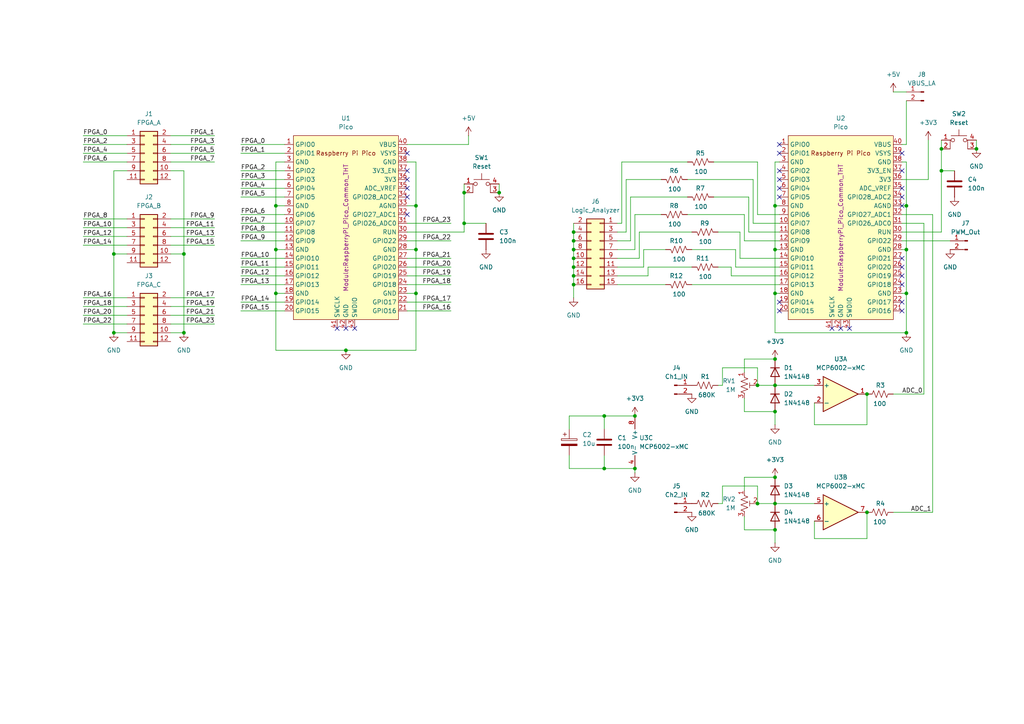
<source format=kicad_sch>
(kicad_sch (version 20231120) (generator "eeschema") (generator_version "8.0")
  (paper "A4")
  (lib_symbols
    (symbol "Amplifier_Operational:MCP6002-xMC" (pin_names (offset 0.127))
      (property "Reference" "U" (at 0 5.08 0))
      (property "Value" "MCP6002-xMC" (at 0 -5.08 0))
      (symbol "MCP6002-xMC_1_1"
        (polyline (pts (xy -5.08 5.08) (xy 5.08 0) (xy -5.08 -5.08) (xy -5.08 5.08)) (stroke (width 0.254)) (fill (type background)))
        (pin output line (at 7.62 0 180) (length 2.54) (name "~") (number "1"))
        (pin input line (at -7.62 -2.54 0) (length 2.54) (name "-") (number "2"))
        (pin input line (at -7.62 2.54 0) (length 2.54) (name "+") (number "3"))
      )
      (symbol "MCP6002-xMC_2_1"
        (polyline (pts (xy -5.08 5.08) (xy 5.08 0) (xy -5.08 -5.08) (xy -5.08 5.08)) (stroke (width 0.254)) (fill (type background)))
        (pin input line (at -7.62 2.54 0) (length 2.54) (name "+") (number "5"))
        (pin input line (at -7.62 -2.54 0) (length 2.54) (name "-") (number "6"))
        (pin output line (at 7.62 0 180) (length 2.54) (name "~") (number "7"))
      )
      (symbol "MCP6002-xMC_3_1"
        (pin power_in line (at -2.54 -7.62 90) (length 3.81) (name "V-") (number "4"))
        (pin power_in line (at -2.54 7.62 270) (length 3.81) (name "V+") (number "8"))
        (pin passive line (at -2.54 -7.62 90) (length 3.81) hide (name "V-") (number "9"))
      )
    )
    (symbol "Connector:Conn_01x02_Pin" (pin_names (offset 1.016) hide)
      (property "Reference" "J" (at 0 2.54 0))
      (property "Value" "Conn_01x02_Pin" (at 0 -5.08 0))
      (symbol "Conn_01x02_Pin_1_1"
        (polyline (pts (xy 1.27 -2.54) (xy 0.8636 -2.54)) (stroke (width 0.1524)))
        (polyline (pts (xy 1.27 0) (xy 0.8636 0)) (stroke (width 0.1524)))
        (rectangle (start 0.8636 -2.413) (end 0 -2.667) (stroke (width 0.1524)) (fill (type outline)))
        (rectangle (start 0.8636 0.127) (end 0 -0.127) (stroke (width 0.1524)) (fill (type outline)))
        (pin passive line (at 5.08 0 180) (length 3.81) (name "Pin_1") (number "1"))
        (pin passive line (at 5.08 -2.54 180) (length 3.81) (name "Pin_2") (number "2"))
      )
    )
    (symbol "Connector_Generic:Conn_02x06_Odd_Even" (pin_names (offset 1.016) hide)
      (property "Reference" "J" (at 1.27 7.62 0))
      (property "Value" "Conn_02x06_Odd_Even" (at 1.27 -10.16 0))
      (symbol "Conn_02x06_Odd_Even_1_1"
        (rectangle (start -1.27 -7.493) (end 0 -7.747) (stroke (width 0.1524)))
        (rectangle (start -1.27 -4.953) (end 0 -5.207) (stroke (width 0.1524)))
        (rectangle (start -1.27 -2.413) (end 0 -2.667) (stroke (width 0.1524)))
        (rectangle (start -1.27 0.127) (end 0 -0.127) (stroke (width 0.1524)))
        (rectangle (start -1.27 2.667) (end 0 2.413) (stroke (width 0.1524)))
        (rectangle (start -1.27 5.207) (end 0 4.953) (stroke (width 0.1524)))
        (rectangle (start -1.27 6.35) (end 3.81 -8.89) (stroke (width 0.254)) (fill (type background)))
        (rectangle (start 3.81 -7.493) (end 2.54 -7.747) (stroke (width 0.1524)))
        (rectangle (start 3.81 -4.953) (end 2.54 -5.207) (stroke (width 0.1524)))
        (rectangle (start 3.81 -2.413) (end 2.54 -2.667) (stroke (width 0.1524)))
        (rectangle (start 3.81 0.127) (end 2.54 -0.127) (stroke (width 0.1524)))
        (rectangle (start 3.81 2.667) (end 2.54 2.413) (stroke (width 0.1524)))
        (rectangle (start 3.81 5.207) (end 2.54 4.953) (stroke (width 0.1524)))
        (pin passive line (at -5.08 5.08 0) (length 3.81) (name "Pin_1") (number "1"))
        (pin passive line (at 7.62 -5.08 180) (length 3.81) (name "Pin_10") (number "10"))
        (pin passive line (at -5.08 -7.62 0) (length 3.81) (name "Pin_11") (number "11"))
        (pin passive line (at 7.62 -7.62 180) (length 3.81) (name "Pin_12") (number "12"))
        (pin passive line (at 7.62 5.08 180) (length 3.81) (name "Pin_2") (number "2"))
        (pin passive line (at -5.08 2.54 0) (length 3.81) (name "Pin_3") (number "3"))
        (pin passive line (at 7.62 2.54 180) (length 3.81) (name "Pin_4") (number "4"))
        (pin passive line (at -5.08 0 0) (length 3.81) (name "Pin_5") (number "5"))
        (pin passive line (at 7.62 0 180) (length 3.81) (name "Pin_6") (number "6"))
        (pin passive line (at -5.08 -2.54 0) (length 3.81) (name "Pin_7") (number "7"))
        (pin passive line (at 7.62 -2.54 180) (length 3.81) (name "Pin_8") (number "8"))
        (pin passive line (at -5.08 -5.08 0) (length 3.81) (name "Pin_9") (number "9"))
      )
    )
    (symbol "Connector_Generic:Conn_02x08_Odd_Even" (pin_names (offset 1.016) hide)
      (property "Reference" "J" (at 1.27 10.16 0))
      (property "Value" "Conn_02x08_Odd_Even" (at 1.27 -12.7 0))
      (symbol "Conn_02x08_Odd_Even_1_1"
        (rectangle (start -1.27 -10.033) (end 0 -10.287) (stroke (width 0.1524)))
        (rectangle (start -1.27 -7.493) (end 0 -7.747) (stroke (width 0.1524)))
        (rectangle (start -1.27 -4.953) (end 0 -5.207) (stroke (width 0.1524)))
        (rectangle (start -1.27 -2.413) (end 0 -2.667) (stroke (width 0.1524)))
        (rectangle (start -1.27 0.127) (end 0 -0.127) (stroke (width 0.1524)))
        (rectangle (start -1.27 2.667) (end 0 2.413) (stroke (width 0.1524)))
        (rectangle (start -1.27 5.207) (end 0 4.953) (stroke (width 0.1524)))
        (rectangle (start -1.27 7.747) (end 0 7.493) (stroke (width 0.1524)))
        (rectangle (start -1.27 8.89) (end 3.81 -11.43) (stroke (width 0.254)) (fill (type background)))
        (rectangle (start 3.81 -10.033) (end 2.54 -10.287) (stroke (width 0.1524)))
        (rectangle (start 3.81 -7.493) (end 2.54 -7.747) (stroke (width 0.1524)))
        (rectangle (start 3.81 -4.953) (end 2.54 -5.207) (stroke (width 0.1524)))
        (rectangle (start 3.81 -2.413) (end 2.54 -2.667) (stroke (width 0.1524)))
        (rectangle (start 3.81 0.127) (end 2.54 -0.127) (stroke (width 0.1524)))
        (rectangle (start 3.81 2.667) (end 2.54 2.413) (stroke (width 0.1524)))
        (rectangle (start 3.81 5.207) (end 2.54 4.953) (stroke (width 0.1524)))
        (rectangle (start 3.81 7.747) (end 2.54 7.493) (stroke (width 0.1524)))
        (pin passive line (at -5.08 7.62 0) (length 3.81) (name "Pin_1") (number "1"))
        (pin passive line (at 7.62 -2.54 180) (length 3.81) (name "Pin_10") (number "10"))
        (pin passive line (at -5.08 -5.08 0) (length 3.81) (name "Pin_11") (number "11"))
        (pin passive line (at 7.62 -5.08 180) (length 3.81) (name "Pin_12") (number "12"))
        (pin passive line (at -5.08 -7.62 0) (length 3.81) (name "Pin_13") (number "13"))
        (pin passive line (at 7.62 -7.62 180) (length 3.81) (name "Pin_14") (number "14"))
        (pin passive line (at -5.08 -10.16 0) (length 3.81) (name "Pin_15") (number "15"))
        (pin passive line (at 7.62 -10.16 180) (length 3.81) (name "Pin_16") (number "16"))
        (pin passive line (at 7.62 7.62 180) (length 3.81) (name "Pin_2") (number "2"))
        (pin passive line (at -5.08 5.08 0) (length 3.81) (name "Pin_3") (number "3"))
        (pin passive line (at 7.62 5.08 180) (length 3.81) (name "Pin_4") (number "4"))
        (pin passive line (at -5.08 2.54 0) (length 3.81) (name "Pin_5") (number "5"))
        (pin passive line (at 7.62 2.54 180) (length 3.81) (name "Pin_6") (number "6"))
        (pin passive line (at -5.08 0 0) (length 3.81) (name "Pin_7") (number "7"))
        (pin passive line (at 7.62 0 180) (length 3.81) (name "Pin_8") (number "8"))
        (pin passive line (at -5.08 -2.54 0) (length 3.81) (name "Pin_9") (number "9"))
      )
    )
    (symbol "Device:C" (pin_numbers hide) (pin_names (offset 0.254))
      (property "Reference" "C" (at 0.635 2.54 0))
      (property "Value" "C" (at 0.635 -2.54 0))
      (symbol "C_0_1"
        (polyline (pts (xy -2.032 -0.762) (xy 2.032 -0.762)) (stroke (width 0.508)))
        (polyline (pts (xy -2.032 0.762) (xy 2.032 0.762)) (stroke (width 0.508)))
      )
      (symbol "C_1_1"
        (pin passive line (at 0 3.81 270) (length 2.794) (name "~") (number "1"))
        (pin passive line (at 0 -3.81 90) (length 2.794) (name "~") (number "2"))
      )
    )
    (symbol "Device:C_Polarized" (pin_numbers hide) (pin_names (offset 0.254))
      (property "Reference" "C" (at 0.635 2.54 0))
      (property "Value" "C_Polarized" (at 0.635 -2.54 0))
      (symbol "C_Polarized_0_1"
        (rectangle (start -2.286 0.508) (end 2.286 1.016))
        (polyline (pts (xy -1.778 2.286) (xy -0.762 2.286)))
        (polyline (pts (xy -1.27 2.794) (xy -1.27 1.778)))
        (rectangle (start 2.286 -0.508) (end -2.286 -1.016) (fill (type outline)))
      )
      (symbol "C_Polarized_1_1"
        (pin passive line (at 0 3.81 270) (length 2.794) (name "~") (number "1"))
        (pin passive line (at 0 -3.81 90) (length 2.794) (name "~") (number "2"))
      )
    )
    (symbol "Device:R_Potentiometer_Trim_US" (pin_names (offset 1.016) hide)
      (property "Reference" "RV" (at -4.445 0 90))
      (property "Value" "R_Potentiometer_Trim_US" (at -2.54 0 90))
      (symbol "R_Potentiometer_Trim_US_0_1"
        (polyline (pts (xy 0 -2.286) (xy 0 -2.54)))
        (polyline (pts (xy 0 2.286) (xy 0 2.54)))
        (polyline (pts (xy 1.524 0.762) (xy 1.524 -0.762)))
        (polyline (pts (xy 2.54 0) (xy 1.524 0)))
        (polyline (pts (xy 0 -0.762) (xy 1.016 -1.143) (xy 0 -1.524) (xy -1.016 -1.905) (xy 0 -2.286)))
        (polyline (pts (xy 0 0.762) (xy 1.016 0.381) (xy 0 0) (xy -1.016 -0.381) (xy 0 -0.762)))
        (polyline (pts (xy 0 2.286) (xy 1.016 1.905) (xy 0 1.524) (xy -1.016 1.143) (xy 0 0.762)))
      )
      (symbol "R_Potentiometer_Trim_US_1_1"
        (pin passive line (at 0 3.81 270) (length 1.27) (name "1") (number "1"))
        (pin passive line (at 3.81 0 180) (length 1.27) (name "2") (number "2"))
        (pin passive line (at 0 -3.81 90) (length 1.27) (name "3") (number "3"))
      )
    )
    (symbol "Device:R_US" (pin_numbers hide) (pin_names (offset 0))
      (property "Reference" "R" (at 2.54 0 90))
      (property "Value" "R_US" (at -2.54 0 90))
      (symbol "R_US_0_1"
        (polyline (pts (xy 0 -2.286) (xy 0 -2.54)))
        (polyline (pts (xy 0 2.286) (xy 0 2.54)))
        (polyline (pts (xy 0 -0.762) (xy 1.016 -1.143) (xy 0 -1.524) (xy -1.016 -1.905) (xy 0 -2.286)))
        (polyline (pts (xy 0 0.762) (xy 1.016 0.381) (xy 0 0) (xy -1.016 -0.381) (xy 0 -0.762)))
        (polyline (pts (xy 0 2.286) (xy 1.016 1.905) (xy 0 1.524) (xy -1.016 1.143) (xy 0 0.762)))
      )
      (symbol "R_US_1_1"
        (pin passive line (at 0 3.81 270) (length 1.27) (name "~") (number "1"))
        (pin passive line (at 0 -3.81 90) (length 1.27) (name "~") (number "2"))
      )
    )
    (symbol "Diode:1N4148" (pin_numbers hide) (pin_names hide)
      (property "Reference" "D" (at 0 2.54 0))
      (property "Value" "1N4148" (at 0 -2.54 0))
      (symbol "1N4148_0_1"
        (polyline (pts (xy -1.27 1.27) (xy -1.27 -1.27)) (stroke (width 0.254)))
        (polyline (pts (xy 1.27 0) (xy -1.27 0)))
        (polyline (pts (xy 1.27 1.27) (xy 1.27 -1.27) (xy -1.27 0) (xy 1.27 1.27)) (stroke (width 0.254)))
      )
      (symbol "1N4148_1_1"
        (pin passive line (at -3.81 0 0) (length 2.54) (name "K") (number "1"))
        (pin passive line (at 3.81 0 180) (length 2.54) (name "A") (number "2"))
      )
    )
    (symbol "MCU_RaspberryPi_and_Boards:Pico"
      (property "Reference" "U" (at -13.97 27.94 0))
      (property "Value" "Pico" (at 0 19.05 0))
      (symbol "Pico_0_0"
        (text "Raspberry Pi Pico" (at 0 21.59 0) (effects (font (size 1.27 1.27))))
      )
      (symbol "Pico_0_1"
        (rectangle (start -15.24 26.67) (end 15.24 -26.67) (fill (type background)))
      )
      (symbol "Pico_1_1"
        (pin bidirectional line (at -17.78 24.13 0) (length 2.54) (name "GPIO0") (number "1"))
        (pin bidirectional line (at -17.78 1.27 0) (length 2.54) (name "GPIO7") (number "10"))
        (pin bidirectional line (at -17.78 -1.27 0) (length 2.54) (name "GPIO8") (number "11"))
        (pin bidirectional line (at -17.78 -3.81 0) (length 2.54) (name "GPIO9") (number "12"))
        (pin power_in line (at -17.78 -6.35 0) (length 2.54) (name "GND") (number "13"))
        (pin bidirectional line (at -17.78 -8.89 0) (length 2.54) (name "GPIO10") (number "14"))
        (pin bidirectional line (at -17.78 -11.43 0) (length 2.54) (name "GPIO11") (number "15"))
        (pin bidirectional line (at -17.78 -13.97 0) (length 2.54) (name "GPIO12") (number "16"))
        (pin bidirectional line (at -17.78 -16.51 0) (length 2.54) (name "GPIO13") (number "17"))
        (pin power_in line (at -17.78 -19.05 0) (length 2.54) (name "GND") (number "18"))
        (pin bidirectional line (at -17.78 -21.59 0) (length 2.54) (name "GPIO14") (number "19"))
        (pin bidirectional line (at -17.78 21.59 0) (length 2.54) (name "GPIO1") (number "2"))
        (pin bidirectional line (at -17.78 -24.13 0) (length 2.54) (name "GPIO15") (number "20"))
        (pin bidirectional line (at 17.78 -24.13 180) (length 2.54) (name "GPIO16") (number "21"))
        (pin bidirectional line (at 17.78 -21.59 180) (length 2.54) (name "GPIO17") (number "22"))
        (pin power_in line (at 17.78 -19.05 180) (length 2.54) (name "GND") (number "23"))
        (pin bidirectional line (at 17.78 -16.51 180) (length 2.54) (name "GPIO18") (number "24"))
        (pin bidirectional line (at 17.78 -13.97 180) (length 2.54) (name "GPIO19") (number "25"))
        (pin bidirectional line (at 17.78 -11.43 180) (length 2.54) (name "GPIO20") (number "26"))
        (pin bidirectional line (at 17.78 -8.89 180) (length 2.54) (name "GPIO21") (number "27"))
        (pin power_in line (at 17.78 -6.35 180) (length 2.54) (name "GND") (number "28"))
        (pin bidirectional line (at 17.78 -3.81 180) (length 2.54) (name "GPIO22") (number "29"))
        (pin power_in line (at -17.78 19.05 0) (length 2.54) (name "GND") (number "3"))
        (pin input line (at 17.78 -1.27 180) (length 2.54) (name "RUN") (number "30"))
        (pin bidirectional line (at 17.78 1.27 180) (length 2.54) (name "GPIO26_ADC0") (number "31"))
        (pin bidirectional line (at 17.78 3.81 180) (length 2.54) (name "GPIO27_ADC1") (number "32"))
        (pin power_in line (at 17.78 6.35 180) (length 2.54) (name "AGND") (number "33"))
        (pin bidirectional line (at 17.78 8.89 180) (length 2.54) (name "GPIO28_ADC2") (number "34"))
        (pin power_in line (at 17.78 11.43 180) (length 2.54) (name "ADC_VREF") (number "35"))
        (pin power_in line (at 17.78 13.97 180) (length 2.54) (name "3V3") (number "36"))
        (pin input line (at 17.78 16.51 180) (length 2.54) (name "3V3_EN") (number "37"))
        (pin bidirectional line (at 17.78 19.05 180) (length 2.54) (name "GND") (number "38"))
        (pin power_in line (at 17.78 21.59 180) (length 2.54) (name "VSYS") (number "39"))
        (pin bidirectional line (at -17.78 16.51 0) (length 2.54) (name "GPIO2") (number "4"))
        (pin power_in line (at 17.78 24.13 180) (length 2.54) (name "VBUS") (number "40"))
        (pin input line (at -2.54 -29.21 90) (length 2.54) (name "SWCLK") (number "41"))
        (pin power_in line (at 0 -29.21 90) (length 2.54) (name "GND") (number "42"))
        (pin bidirectional line (at 2.54 -29.21 90) (length 2.54) (name "SWDIO") (number "43"))
        (pin bidirectional line (at -17.78 13.97 0) (length 2.54) (name "GPIO3") (number "5"))
        (pin bidirectional line (at -17.78 11.43 0) (length 2.54) (name "GPIO4") (number "6"))
        (pin bidirectional line (at -17.78 8.89 0) (length 2.54) (name "GPIO5") (number "7"))
        (pin power_in line (at -17.78 6.35 0) (length 2.54) (name "GND") (number "8"))
        (pin bidirectional line (at -17.78 3.81 0) (length 2.54) (name "GPIO6") (number "9"))
      )
    )
    (symbol "Switch:SW_MEC_5E" (pin_names (offset 1.016) hide)
      (property "Reference" "SW" (at 0.635 5.715 0))
      (property "Value" "SW_MEC_5E" (at 0 -3.175 0))
      (symbol "SW_MEC_5E_0_1"
        (circle (center -1.778 2.54) (radius 0.508))
        (polyline (pts (xy -2.286 3.81) (xy 2.286 3.81)))
        (polyline (pts (xy 0 3.81) (xy 0 5.588)))
        (polyline (pts (xy -2.54 0) (xy -2.54 2.54) (xy -2.286 2.54)))
        (polyline (pts (xy 2.54 0) (xy 2.54 2.54) (xy 2.286 2.54)))
        (circle (center 1.778 2.54) (radius 0.508))
        (pin passive line (at -5.08 2.54 0) (length 2.54) (name "1") (number "1"))
        (pin passive line (at -5.08 0 0) (length 2.54) (name "2") (number "2"))
        (pin passive line (at 5.08 0 180) (length 2.54) (name "K") (number "3"))
        (pin passive line (at 5.08 2.54 180) (length 2.54) (name "A") (number "4"))
      )
    )
    (symbol "power:+3V3" (power) (pin_numbers hide) (pin_names (offset 0) hide)
      (property "Value" "+3V3" (at 0 3.556 0))
      (symbol "+3V3_0_1"
        (polyline (pts (xy -0.762 1.27) (xy 0 2.54)))
        (polyline (pts (xy 0 0) (xy 0 2.54)))
        (polyline (pts (xy 0 2.54) (xy 0.762 1.27)))
      )
      (symbol "+3V3_1_1"
        (pin power_in line (at 0 0 90) (length 0) (name "~") (number "1"))
      )
    )
    (symbol "power:+5V" (power) (pin_numbers hide) (pin_names (offset 0) hide)
      (property "Value" "+5V" (at 0 3.556 0))
      (symbol "+5V_0_1"
        (polyline (pts (xy -0.762 1.27) (xy 0 2.54)))
        (polyline (pts (xy 0 0) (xy 0 2.54)))
        (polyline (pts (xy 0 2.54) (xy 0.762 1.27)))
      )
      (symbol "+5V_1_1"
        (pin power_in line (at 0 0 90) (length 0) (name "~") (number "1"))
      )
    )
    (symbol "power:GND" (power) (pin_numbers hide) (pin_names (offset 0) hide)
      (property "Value" "GND" (at 0 -3.81 0))
      (symbol "GND_0_1"
        (polyline (pts (xy 0 0) (xy 0 -1.27) (xy 1.27 -1.27) (xy 0 -2.54) (xy -1.27 -1.27) (xy 0 -1.27)))
      )
      (symbol "GND_1_1"
        (pin power_in line (at 0 0 270) (length 0) (name "~") (number "1"))
      )
    )
  )
  (junction (at 273.05 49.53))
  (junction (at 166.37 69.85))
  (junction (at 262.89 59.69))
  (junction (at 80.01 72.39))
  (junction (at 33.02 73.66))
  (junction (at 166.37 77.47))
  (junction (at 53.34 73.66))
  (junction (at 224.79 138.43))
  (junction (at 134.62 64.77))
  (junction (at 100.33 101.6))
  (junction (at 175.26 135.89))
  (junction (at 144.78 55.88))
  (junction (at 251.46 148.59))
  (junction (at 33.02 96.52))
  (junction (at 283.21 43.18))
  (junction (at 273.05 43.18))
  (junction (at 262.89 72.39))
  (junction (at 219.71 146.05))
  (junction (at 224.79 111.76))
  (junction (at 224.79 85.09))
  (junction (at 134.62 55.88))
  (junction (at 219.71 111.76))
  (junction (at 120.65 85.09))
  (junction (at 184.15 135.89))
  (junction (at 262.89 96.52))
  (junction (at 224.79 119.38))
  (junction (at 166.37 74.93))
  (junction (at 166.37 80.01))
  (junction (at 224.79 146.05))
  (junction (at 166.37 82.55))
  (junction (at 166.37 67.31))
  (junction (at 80.01 59.69))
  (junction (at 166.37 72.39))
  (junction (at 120.65 59.69))
  (junction (at 224.79 153.67))
  (junction (at 224.79 72.39))
  (junction (at 184.15 120.65))
  (junction (at 224.79 104.14))
  (junction (at 120.65 72.39))
  (junction (at 262.89 85.09))
  (junction (at 251.46 114.3))
  (junction (at 80.01 85.09))
  (junction (at 175.26 120.65))
  (junction (at 224.79 59.69))
  (junction (at 53.34 96.52))
  (no_connect (at 243.84 95.25))
  (no_connect (at 226.06 44.45))
  (no_connect (at 118.11 54.61))
  (no_connect (at 100.33 95.25))
  (no_connect (at 261.62 74.93))
  (no_connect (at 261.62 44.45))
  (no_connect (at 261.62 80.01))
  (no_connect (at 261.62 54.61))
  (no_connect (at 226.06 87.63))
  (no_connect (at 226.06 41.91))
  (no_connect (at 261.62 59.69))
  (no_connect (at 261.62 87.63))
  (no_connect (at 226.06 49.53))
  (no_connect (at 261.62 77.47))
  (no_connect (at 118.11 52.07))
  (no_connect (at 118.11 49.53))
  (no_connect (at 261.62 57.15))
  (no_connect (at 118.11 62.23))
  (no_connect (at 246.38 95.25))
  (no_connect (at 226.06 57.15))
  (no_connect (at 102.87 95.25))
  (no_connect (at 118.11 44.45))
  (no_connect (at 97.79 95.25))
  (no_connect (at 261.62 82.55))
  (no_connect (at 261.62 90.17))
  (no_connect (at 226.06 52.07))
  (no_connect (at 261.62 49.53))
  (no_connect (at 241.3 95.25))
  (no_connect (at 118.11 57.15))
  (no_connect (at 226.06 90.17))
  (no_connect (at 226.06 54.61))
  (wire (pts (xy 199.39 46.99) (xy 180.34 46.99)))
  (wire (pts (xy 134.62 55.88) (xy 134.62 64.77)))
  (wire (pts (xy 179.07 64.77) (xy 180.34 64.77)))
  (wire (pts (xy 236.22 123.19) (xy 251.46 123.19)))
  (wire (pts (xy 134.62 64.77) (xy 134.62 67.31)))
  (wire (pts (xy 69.85 62.23) (xy 82.55 62.23)))
  (wire (pts (xy 261.62 69.85) (xy 275.59 69.85)))
  (wire (pts (xy 217.17 67.31) (xy 226.06 67.31)))
  (wire (pts (xy 120.65 101.6) (xy 120.65 85.09)))
  (wire (pts (xy 261.62 67.31) (xy 273.05 67.31)))
  (wire (pts (xy 219.71 62.23) (xy 226.06 62.23)))
  (wire (pts (xy 259.08 148.59) (xy 270.51 148.59)))
  (wire (pts (xy 251.46 123.19) (xy 251.46 114.3)))
  (wire (pts (xy 215.9 119.38) (xy 224.79 119.38)))
  (wire (pts (xy 219.71 106.68) (xy 219.71 111.76)))
  (wire (pts (xy 224.79 85.09) (xy 224.79 96.52)))
  (wire (pts (xy 224.79 138.43) (xy 215.9 138.43)))
  (wire (pts (xy 120.65 85.09) (xy 120.65 72.39)))
  (wire (pts (xy 36.83 49.53) (xy 33.02 49.53)))
  (wire (pts (xy 165.1 135.89) (xy 175.26 135.89)))
  (wire (pts (xy 82.55 46.99) (xy 80.01 46.99)))
  (wire (pts (xy 62.23 66.04) (xy 49.53 66.04)))
  (wire (pts (xy 69.85 69.85) (xy 82.55 69.85)))
  (wire (pts (xy 199.39 57.15) (xy 182.88 57.15)))
  (wire (pts (xy 166.37 67.31) (xy 166.37 69.85)))
  (wire (pts (xy 69.85 57.15) (xy 82.55 57.15)))
  (wire (pts (xy 208.28 77.47) (xy 212.09 77.47)))
  (wire (pts (xy 166.37 74.93) (xy 166.37 77.47)))
  (wire (pts (xy 224.79 59.69) (xy 224.79 72.39)))
  (wire (pts (xy 208.28 111.76) (xy 209.55 111.76)))
  (wire (pts (xy 49.53 73.66) (xy 53.34 73.66)))
  (wire (pts (xy 214.63 74.93) (xy 226.06 74.93)))
  (wire (pts (xy 62.23 93.98) (xy 49.53 93.98)))
  (wire (pts (xy 215.9 62.23) (xy 215.9 69.85)))
  (wire (pts (xy 224.79 72.39) (xy 226.06 72.39)))
  (wire (pts (xy 199.39 62.23) (xy 215.9 62.23)))
  (wire (pts (xy 199.39 52.07) (xy 218.44 52.07)))
  (wire (pts (xy 262.89 85.09) (xy 262.89 72.39)))
  (wire (pts (xy 207.01 46.99) (xy 219.71 46.99)))
  (wire (pts (xy 209.55 111.76) (xy 209.55 106.68)))
  (wire (pts (xy 69.85 52.07) (xy 82.55 52.07)))
  (wire (pts (xy 100.33 101.6) (xy 120.65 101.6)))
  (wire (pts (xy 180.34 46.99) (xy 180.34 64.77)))
  (wire (pts (xy 209.55 146.05) (xy 209.55 140.97)))
  (wire (pts (xy 24.13 68.58) (xy 36.83 68.58)))
  (wire (pts (xy 224.79 104.14) (xy 215.9 104.14)))
  (wire (pts (xy 69.85 77.47) (xy 82.55 77.47)))
  (wire (pts (xy 80.01 59.69) (xy 82.55 59.69)))
  (wire (pts (xy 69.85 82.55) (xy 82.55 82.55)))
  (wire (pts (xy 62.23 39.37) (xy 49.53 39.37)))
  (wire (pts (xy 261.62 85.09) (xy 262.89 85.09)))
  (wire (pts (xy 118.11 46.99) (xy 120.65 46.99)))
  (wire (pts (xy 226.06 46.99) (xy 224.79 46.99)))
  (wire (pts (xy 236.22 111.76) (xy 224.79 111.76)))
  (wire (pts (xy 191.77 52.07) (xy 181.61 52.07)))
  (wire (pts (xy 209.55 106.68) (xy 219.71 106.68)))
  (wire (pts (xy 130.81 90.17) (xy 118.11 90.17)))
  (wire (pts (xy 80.01 72.39) (xy 82.55 72.39)))
  (wire (pts (xy 224.79 123.19) (xy 224.79 119.38)))
  (wire (pts (xy 49.53 96.52) (xy 53.34 96.52)))
  (wire (pts (xy 175.26 135.89) (xy 184.15 135.89)))
  (wire (pts (xy 62.23 68.58) (xy 49.53 68.58)))
  (wire (pts (xy 224.79 96.52) (xy 262.89 96.52)))
  (wire (pts (xy 24.13 46.99) (xy 36.83 46.99)))
  (wire (pts (xy 166.37 80.01) (xy 166.37 82.55)))
  (wire (pts (xy 218.44 64.77) (xy 226.06 64.77)))
  (wire (pts (xy 224.79 72.39) (xy 224.79 85.09)))
  (wire (pts (xy 261.62 62.23) (xy 270.51 62.23)))
  (wire (pts (xy 80.01 72.39) (xy 80.01 85.09)))
  (wire (pts (xy 215.9 149.86) (xy 215.9 153.67)))
  (wire (pts (xy 135.89 39.37) (xy 135.89 41.91)))
  (wire (pts (xy 82.55 85.09) (xy 80.01 85.09)))
  (wire (pts (xy 62.23 41.91) (xy 49.53 41.91)))
  (wire (pts (xy 186.69 77.47) (xy 179.07 77.47)))
  (wire (pts (xy 24.13 41.91) (xy 36.83 41.91)))
  (wire (pts (xy 186.69 72.39) (xy 186.69 77.47)))
  (wire (pts (xy 224.79 46.99) (xy 224.79 59.69)))
  (wire (pts (xy 175.26 120.65) (xy 184.15 120.65)))
  (wire (pts (xy 200.66 67.31) (xy 185.42 67.31)))
  (wire (pts (xy 261.62 64.77) (xy 267.97 64.77)))
  (wire (pts (xy 62.23 44.45) (xy 49.53 44.45)))
  (wire (pts (xy 166.37 72.39) (xy 166.37 74.93)))
  (wire (pts (xy 179.07 80.01) (xy 187.96 80.01)))
  (wire (pts (xy 261.62 72.39) (xy 262.89 72.39)))
  (wire (pts (xy 134.62 64.77) (xy 140.97 64.77)))
  (wire (pts (xy 118.11 59.69) (xy 120.65 59.69)))
  (wire (pts (xy 262.89 72.39) (xy 262.89 59.69)))
  (wire (pts (xy 130.81 80.01) (xy 118.11 80.01)))
  (wire (pts (xy 212.09 77.47) (xy 212.09 80.01)))
  (wire (pts (xy 24.13 71.12) (xy 36.83 71.12)))
  (wire (pts (xy 69.85 87.63) (xy 82.55 87.63)))
  (wire (pts (xy 53.34 49.53) (xy 49.53 49.53)))
  (wire (pts (xy 69.85 90.17) (xy 82.55 90.17)))
  (wire (pts (xy 130.81 74.93) (xy 118.11 74.93)))
  (wire (pts (xy 165.1 132.08) (xy 165.1 135.89)))
  (wire (pts (xy 80.01 101.6) (xy 100.33 101.6)))
  (wire (pts (xy 80.01 59.69) (xy 80.01 72.39)))
  (wire (pts (xy 24.13 39.37) (xy 36.83 39.37)))
  (wire (pts (xy 166.37 82.55) (xy 166.37 86.36)))
  (wire (pts (xy 130.81 69.85) (xy 118.11 69.85)))
  (wire (pts (xy 236.22 156.21) (xy 251.46 156.21)))
  (wire (pts (xy 273.05 49.53) (xy 276.86 49.53)))
  (wire (pts (xy 166.37 64.77) (xy 166.37 67.31)))
  (wire (pts (xy 130.81 82.55) (xy 118.11 82.55)))
  (wire (pts (xy 24.13 63.5) (xy 36.83 63.5)))
  (wire (pts (xy 217.17 57.15) (xy 217.17 67.31)))
  (wire (pts (xy 283.21 40.64) (xy 283.21 43.18)))
  (wire (pts (xy 224.79 85.09) (xy 226.06 85.09)))
  (wire (pts (xy 200.66 77.47) (xy 187.96 77.47)))
  (wire (pts (xy 62.23 46.99) (xy 49.53 46.99)))
  (wire (pts (xy 224.79 146.05) (xy 219.71 146.05)))
  (wire (pts (xy 259.08 26.67) (xy 262.89 26.67)))
  (wire (pts (xy 53.34 96.52) (xy 53.34 73.66)))
  (wire (pts (xy 215.9 115.57) (xy 215.9 119.38)))
  (wire (pts (xy 62.23 88.9) (xy 49.53 88.9)))
  (wire (pts (xy 184.15 62.23) (xy 184.15 72.39)))
  (wire (pts (xy 33.02 96.52) (xy 36.83 96.52)))
  (wire (pts (xy 208.28 67.31) (xy 214.63 67.31)))
  (wire (pts (xy 62.23 91.44) (xy 49.53 91.44)))
  (wire (pts (xy 69.85 54.61) (xy 82.55 54.61)))
  (wire (pts (xy 181.61 67.31) (xy 179.07 67.31)))
  (wire (pts (xy 62.23 63.5) (xy 49.53 63.5)))
  (wire (pts (xy 118.11 72.39) (xy 120.65 72.39)))
  (wire (pts (xy 273.05 43.18) (xy 273.05 49.53)))
  (wire (pts (xy 69.85 67.31) (xy 82.55 67.31)))
  (wire (pts (xy 165.1 124.46) (xy 165.1 120.65)))
  (wire (pts (xy 219.71 46.99) (xy 219.71 62.23)))
  (wire (pts (xy 165.1 120.65) (xy 175.26 120.65)))
  (wire (pts (xy 273.05 40.64) (xy 273.05 43.18)))
  (wire (pts (xy 33.02 49.53) (xy 33.02 73.66)))
  (wire (pts (xy 69.85 74.93) (xy 82.55 74.93)))
  (wire (pts (xy 134.62 53.34) (xy 134.62 55.88)))
  (wire (pts (xy 175.26 120.65) (xy 175.26 124.46)))
  (wire (pts (xy 80.01 85.09) (xy 80.01 101.6)))
  (wire (pts (xy 215.9 69.85) (xy 226.06 69.85)))
  (wire (pts (xy 213.36 72.39) (xy 213.36 77.47)))
  (wire (pts (xy 224.79 111.76) (xy 219.71 111.76)))
  (wire (pts (xy 130.81 87.63) (xy 118.11 87.63)))
  (wire (pts (xy 261.62 59.69) (xy 262.89 59.69)))
  (wire (pts (xy 184.15 72.39) (xy 179.07 72.39)))
  (wire (pts (xy 185.42 67.31) (xy 185.42 74.93)))
  (wire (pts (xy 213.36 77.47) (xy 226.06 77.47)))
  (wire (pts (xy 209.55 140.97) (xy 219.71 140.97)))
  (wire (pts (xy 215.9 104.14) (xy 215.9 107.95)))
  (wire (pts (xy 182.88 57.15) (xy 182.88 69.85)))
  (wire (pts (xy 24.13 93.98) (xy 36.83 93.98)))
  (wire (pts (xy 184.15 137.16) (xy 184.15 135.89)))
  (wire (pts (xy 261.62 52.07) (xy 269.24 52.07)))
  (wire (pts (xy 215.9 138.43) (xy 215.9 142.24)))
  (wire (pts (xy 187.96 77.47) (xy 187.96 80.01)))
  (wire (pts (xy 80.01 46.99) (xy 80.01 59.69)))
  (wire (pts (xy 181.61 52.07) (xy 181.61 67.31)))
  (wire (pts (xy 118.11 41.91) (xy 135.89 41.91)))
  (wire (pts (xy 236.22 151.13) (xy 236.22 156.21)))
  (wire (pts (xy 166.37 77.47) (xy 166.37 80.01)))
  (wire (pts (xy 262.89 46.99) (xy 261.62 46.99)))
  (wire (pts (xy 208.28 146.05) (xy 209.55 146.05)))
  (wire (pts (xy 215.9 153.67) (xy 224.79 153.67)))
  (wire (pts (xy 62.23 71.12) (xy 49.53 71.12)))
  (wire (pts (xy 212.09 80.01) (xy 226.06 80.01)))
  (wire (pts (xy 224.79 59.69) (xy 226.06 59.69)))
  (wire (pts (xy 259.08 114.3) (xy 267.97 114.3)))
  (wire (pts (xy 69.85 80.01) (xy 82.55 80.01)))
  (wire (pts (xy 214.63 67.31) (xy 214.63 74.93)))
  (wire (pts (xy 251.46 156.21) (xy 251.46 148.59)))
  (wire (pts (xy 224.79 157.48) (xy 224.79 153.67)))
  (wire (pts (xy 182.88 69.85) (xy 179.07 69.85)))
  (wire (pts (xy 207.01 57.15) (xy 217.17 57.15)))
  (wire (pts (xy 120.65 59.69) (xy 120.65 46.99)))
  (wire (pts (xy 118.11 85.09) (xy 120.65 85.09)))
  (wire (pts (xy 134.62 67.31) (xy 118.11 67.31)))
  (wire (pts (xy 262.89 29.21) (xy 262.89 41.91)))
  (wire (pts (xy 185.42 74.93) (xy 179.07 74.93)))
  (wire (pts (xy 262.89 96.52) (xy 262.89 85.09)))
  (wire (pts (xy 200.66 82.55) (xy 226.06 82.55)))
  (wire (pts (xy 130.81 77.47) (xy 118.11 77.47)))
  (wire (pts (xy 24.13 88.9) (xy 36.83 88.9)))
  (wire (pts (xy 219.71 140.97) (xy 219.71 146.05)))
  (wire (pts (xy 179.07 82.55) (xy 193.04 82.55)))
  (wire (pts (xy 273.05 49.53) (xy 273.05 67.31)))
  (wire (pts (xy 24.13 44.45) (xy 36.83 44.45)))
  (wire (pts (xy 69.85 41.91) (xy 82.55 41.91)))
  (wire (pts (xy 144.78 53.34) (xy 144.78 55.88)))
  (wire (pts (xy 33.02 73.66) (xy 33.02 96.52)))
  (wire (pts (xy 193.04 72.39) (xy 186.69 72.39)))
  (wire (pts (xy 267.97 64.77) (xy 267.97 114.3)))
  (wire (pts (xy 269.24 40.64) (xy 269.24 52.07)))
  (wire (pts (xy 236.22 116.84) (xy 236.22 123.19)))
  (wire (pts (xy 120.65 72.39) (xy 120.65 59.69)))
  (wire (pts (xy 69.85 64.77) (xy 82.55 64.77)))
  (wire (pts (xy 24.13 66.04) (xy 36.83 66.04)))
  (wire (pts (xy 200.66 72.39) (xy 213.36 72.39)))
  (wire (pts (xy 218.44 52.07) (xy 218.44 64.77)))
  (wire (pts (xy 236.22 146.05) (xy 224.79 146.05)))
  (wire (pts (xy 166.37 69.85) (xy 166.37 72.39)))
  (wire (pts (xy 62.23 86.36) (xy 49.53 86.36)))
  (wire (pts (xy 24.13 86.36) (xy 36.83 86.36)))
  (wire (pts (xy 270.51 62.23) (xy 270.51 148.59)))
  (wire (pts (xy 69.85 49.53) (xy 82.55 49.53)))
  (wire (pts (xy 262.89 59.69) (xy 262.89 46.99)))
  (wire (pts (xy 69.85 44.45) (xy 82.55 44.45)))
  (wire (pts (xy 175.26 132.08) (xy 175.26 135.89)))
  (wire (pts (xy 261.62 41.91) (xy 262.89 41.91)))
  (wire (pts (xy 130.81 64.77) (xy 118.11 64.77)))
  (wire (pts (xy 24.13 91.44) (xy 36.83 91.44)))
  (wire (pts (xy 33.02 73.66) (xy 36.83 73.66)))
  (wire (pts (xy 53.34 73.66) (xy 53.34 49.53)))
  (wire (pts (xy 191.77 62.23) (xy 184.15 62.23)))
  (label "FPGA_10" (at 24.13 66.04 0))
  (label "FPGA_11" (at 69.85 77.47 0))
  (label "FPGA_8" (at 24.13 63.5 0))
  (label "FPGA_16" (at 24.13 86.36 0))
  (label "FPGA_0" (at 69.85 41.91 0))
  (label "FPGA_3" (at 62.23 41.91 180))
  (label "FPGA_12" (at 69.85 80.01 0))
  (label "FPGA_19" (at 130.81 80.01 180))
  (label "FPGA_7" (at 62.23 46.99 180))
  (label "FPGA_21" (at 62.23 91.44 180))
  (label "FPGA_14" (at 69.85 87.63 0))
  (label "FPGA_9" (at 69.85 69.85 0))
  (label "FPGA_15" (at 69.85 90.17 0))
  (label "FPGA_20" (at 24.13 91.44 0))
  (label "FPGA_13" (at 69.85 82.55 0))
  (label "FPGA_6" (at 69.85 62.23 0))
  (label "FPGA_22" (at 24.13 93.98 0))
  (label "ADC_0" (at 261.62 114.3 0))
  (label "FPGA_18" (at 24.13 88.9 0))
  (label "FPGA_2" (at 24.13 41.91 0))
  (label "FPGA_8" (at 69.85 67.31 0))
  (label "FPGA_23" (at 130.81 64.77 180))
  (label "FPGA_1" (at 62.23 39.37 180))
  (label "ADC_1" (at 264.16 148.59 0))
  (label "FPGA_4" (at 69.85 54.61 0))
  (label "FPGA_22" (at 130.81 69.85 180))
  (label "FPGA_16" (at 130.81 90.17 180))
  (label "FPGA_2" (at 69.85 49.53 0))
  (label "FPGA_9" (at 62.23 63.5 180))
  (label "FPGA_18" (at 130.81 82.55 180))
  (label "FPGA_15" (at 62.23 71.12 180))
  (label "FPGA_0" (at 24.13 39.37 0))
  (label "FPGA_13" (at 62.23 68.58 180))
  (label "FPGA_10" (at 69.85 74.93 0))
  (label "FPGA_21" (at 130.81 74.93 180))
  (label "FPGA_17" (at 62.23 86.36 180))
  (label "FPGA_5" (at 62.23 44.45 180))
  (label "FPGA_20" (at 130.81 77.47 180))
  (label "FPGA_19" (at 62.23 88.9 180))
  (label "FPGA_14" (at 24.13 71.12 0))
  (label "FPGA_3" (at 69.85 52.07 0))
  (label "FPGA_11" (at 62.23 66.04 180))
  (label "FPGA_23" (at 62.23 93.98 180))
  (label "FPGA_12" (at 24.13 68.58 0))
  (label "FPGA_7" (at 69.85 64.77 0))
  (label "FPGA_6" (at 24.13 46.99 0))
  (label "FPGA_4" (at 24.13 44.45 0))
  (label "FPGA_17" (at 130.81 87.63 180))
  (label "FPGA_5" (at 69.85 57.15 0))
  (label "FPGA_1" (at 69.85 44.45 0))
  (symbol (lib_id "power:GND") (at 283.21 43.18 0) (unit 1)
    (property "Reference" "#PWR17" (effects (hide yes)))
    (property "Value" "GND" (at 283.21 48.26 0))
    (property "Description" "Power symbol creates a global label with name \"GND\" , ground" (effects (hide yes)))
  )
  (symbol (lib_id "Device:C") (at 276.86 53.34 0) (unit 1)
    (property "Reference" "C4" (at 280.67 52.0699 0) (effects (justify left)))
    (property "Value" "100n" (at 280.67 54.6099 0) (effects (justify left)))
    (property "Footprint" "Capacitor_THT:C_Disc_D3.8mm_W2.6mm_P2.50mm" (effects (hide yes)))
    (property "Description" "Unpolarized capacitor" (effects (hide yes)))
  )
  (symbol (lib_id "Connector:Conn_01x02_Pin") (at 280.67 69.85 0) (mirror y) (unit 1)
    (property "Reference" "J7" (at 280.035 64.77 0))
    (property "Value" "PWM_Out" (at 280.035 67.31 0))
    (property "Footprint" "Connector_PinHeader_2.54mm:PinHeader_2x01_P2.54mm_Vertical" (effects (hide yes)))
    (property "Description" "Generic connector, single row, 01x02, script generated" (effects (hide yes)))
  )
  (symbol (lib_id "power:GND") (at 224.79 123.19 0) (unit 1)
    (property "Reference" "#PWR7" (effects (hide yes)))
    (property "Value" "GND" (at 224.79 128.27 0))
    (property "Description" "Power symbol creates a global label with name \"GND\" , ground" (effects (hide yes)))
  )
  (symbol (lib_id "Connector_Generic:Conn_02x06_Odd_Even") (at 41.91 68.58 0) (unit 1)
    (property "Reference" "J2" (at 43.18 57.15 0))
    (property "Value" "FPGA_B" (at 43.18 59.69 0))
    (property "Footprint" "Connector_PinHeader_2.54mm:PinHeader_2x06_P2.54mm_Vertical" (effects (hide yes)))
    (property "Description" "Generic connector, double row, 02x06, odd/even pin numbering scheme (row 1 odd numbers, row 2 even numbers), script generated (kicad-library-utils/schlib/autogen/connector/)" (effects (hide yes)))
  )
  (symbol (lib_id "Amplifier_Operational:MCP6002-xMC") (at 243.84 148.59 0) (unit 2)
    (property "Reference" "U3" (at 243.84 138.43 0))
    (property "Value" "MCP6002-xMC" (at 243.84 140.97 0))
    (property "Footprint" "Package_DIP:DIP-8_W10.16mm_LongPads" (effects (hide yes)))
    (property "Datasheet" "http://ww1.microchip.com/downloads/en/DeviceDoc/21733j.pdf" (effects (hide yes)))
    (property "Description" "1MHz, Low-Power Op Amp, DFN-8" (effects (hide yes)))
  )
  (symbol (lib_id "Device:R_US") (at 195.58 52.07 90) (mirror x) (unit 1)
    (property "Reference" "R6" (at 196.85 49.53 90) (effects (justify left)))
    (property "Value" "100" (at 197.612 54.864 90) (effects (justify left)))
    (property "Footprint" "Resistor_THT:R_Axial_DIN0204_L3.6mm_D1.6mm_P7.62mm_Horizontal" (effects (hide yes)))
    (property "Description" "Resistor, US symbol" (effects (hide yes)))
  )
  (symbol (lib_id "Device:R_US") (at 203.2 57.15 90) (mirror x) (unit 1)
    (property "Reference" "R7" (at 204.47 54.61 90) (effects (justify left)))
    (property "Value" "100" (at 205.232 59.944 90) (effects (justify left)))
    (property "Footprint" "Resistor_THT:R_Axial_DIN0204_L3.6mm_D1.6mm_P7.62mm_Horizontal" (effects (hide yes)))
    (property "Description" "Resistor, US symbol" (effects (hide yes)))
  )
  (symbol (lib_id "Device:R_US") (at 203.2 46.99 90) (mirror x) (unit 1)
    (property "Reference" "R5" (at 204.47 44.45 90) (effects (justify left)))
    (property "Value" "100" (at 205.232 49.784 90) (effects (justify left)))
    (property "Footprint" "Resistor_THT:R_Axial_DIN0204_L3.6mm_D1.6mm_P7.62mm_Horizontal" (effects (hide yes)))
    (property "Description" "Resistor, US symbol" (effects (hide yes)))
  )
  (symbol (lib_id "power:GND") (at 200.66 114.3 0) (unit 1)
    (property "Reference" "#PWR8" (effects (hide yes)))
    (property "Value" "GND" (at 200.66 119.38 0))
    (property "Description" "Power symbol creates a global label with name \"GND\" , ground" (effects (hide yes)))
  )
  (symbol (lib_id "power:GND") (at 53.34 96.52 0) (unit 1)
    (property "Reference" "#PWR2" (effects (hide yes)))
    (property "Value" "GND" (at 53.34 101.6 0))
    (property "Description" "Power symbol creates a global label with name \"GND\" , ground" (effects (hide yes)))
  )
  (symbol (lib_id "Device:R_US") (at 204.47 111.76 270) (unit 1)
    (property "Reference" "R1" (at 203.2 109.22 90) (effects (justify left)))
    (property "Value" "680K" (at 202.438 114.554 90) (effects (justify left)))
    (property "Footprint" "Resistor_THT:R_Axial_DIN0204_L3.6mm_D1.6mm_P7.62mm_Horizontal" (effects (hide yes)))
    (property "Description" "Resistor, US symbol" (effects (hide yes)))
  )
  (symbol (lib_id "power:GND") (at 224.79 157.48 0) (unit 1)
    (property "Reference" "#PWR11" (effects (hide yes)))
    (property "Value" "GND" (at 224.79 162.56 0))
    (property "Description" "Power symbol creates a global label with name \"GND\" , ground" (effects (hide yes)))
  )
  (symbol (lib_id "power:+3V3") (at 224.79 104.14 0) (unit 1)
    (property "Reference" "#PWR6" (effects (hide yes)))
    (property "Value" "+3V3" (at 224.79 99.06 0))
    (property "Description" "Power symbol creates a global label with name \"+3V3\"" (effects (hide yes)))
  )
  (symbol (lib_id "power:GND") (at 275.59 72.39 0) (unit 1)
    (property "Reference" "#PWR16" (effects (hide yes)))
    (property "Value" "GND" (at 275.59 77.47 0))
    (property "Description" "Power symbol creates a global label with name \"GND\" , ground" (effects (hide yes)))
  )
  (symbol (lib_id "power:GND") (at 33.02 96.52 0) (unit 1)
    (property "Reference" "#PWR1" (effects (hide yes)))
    (property "Value" "GND" (at 33.02 101.6 0))
    (property "Description" "Power symbol creates a global label with name \"GND\" , ground" (effects (hide yes)))
  )
  (symbol (lib_id "Device:R_US") (at 255.27 148.59 270) (unit 1)
    (property "Reference" "R4" (at 254 146.05 90) (effects (justify left)))
    (property "Value" "100" (at 253.238 151.384 90) (effects (justify left)))
    (property "Footprint" "Resistor_THT:R_Axial_DIN0204_L3.6mm_D1.6mm_P7.62mm_Horizontal" (effects (hide yes)))
    (property "Description" "Resistor, US symbol" (effects (hide yes)))
  )
  (symbol (lib_id "power:GND") (at 140.97 72.39 0) (unit 1)
    (property "Reference" "#PWR19" (effects (hide yes)))
    (property "Value" "GND" (at 140.97 77.47 0))
    (property "Description" "Power symbol creates a global label with name \"GND\" , ground" (effects (hide yes)))
  )
  (symbol (lib_id "Device:R_US") (at 204.47 146.05 270) (unit 1)
    (property "Reference" "R2" (at 203.2 143.51 90) (effects (justify left)))
    (property "Value" "680K" (at 202.438 148.844 90) (effects (justify left)))
    (property "Footprint" "Resistor_THT:R_Axial_DIN0204_L3.6mm_D1.6mm_P7.62mm_Horizontal" (effects (hide yes)))
    (property "Description" "Resistor, US symbol" (effects (hide yes)))
  )
  (symbol (lib_id "Amplifier_Operational:MCP6002-xMC") (at 186.69 128.27 0) (unit 3)
    (property "Reference" "U3" (at 185.42 126.9999 0) (effects (justify left)))
    (property "Value" "MCP6002-xMC" (at 185.42 129.5399 0) (effects (justify left)))
    (property "Footprint" "Package_DIP:DIP-8_W10.16mm_LongPads" (effects (hide yes)))
    (property "Datasheet" "http://ww1.microchip.com/downloads/en/DeviceDoc/21733j.pdf" (effects (hide yes)))
    (property "Description" "1MHz, Low-Power Op Amp, DFN-8" (effects (hide yes)))
  )
  (symbol (lib_id "Connector:Conn_01x02_Pin") (at 267.97 26.67 0) (mirror y) (unit 1)
    (property "Reference" "J8" (at 267.335 21.59 0))
    (property "Value" "VBUS_LA" (at 267.335 24.13 0))
    (property "Footprint" "Connector_PinHeader_2.54mm:PinHeader_2x01_P2.54mm_Vertical" (effects (hide yes)))
    (property "Description" "Generic connector, single row, 01x02, script generated" (effects (hide yes)))
  )
  (symbol (lib_id "MCU_RaspberryPi_and_Boards:Pico") (at 100.33 66.04 0) (unit 1)
    (property "Reference" "U1" (at 100.33 34.29 0))
    (property "Value" "Pico" (at 100.33 36.83 0))
    (property "Footprint" "Module:RaspberryPi_Pico_Common_THT" (at 100.33 66.04 90))
  )
  (symbol (lib_id "Switch:SW_MEC_5E") (at 278.13 43.18 0) (unit 1)
    (property "Reference" "SW2" (at 278.13 33.02 0))
    (property "Value" "Reset" (at 278.13 35.56 0))
    (property "Footprint" "Button_Switch_THT:SW_PUSH_6mm_H9.5mm" (effects (hide yes)))
    (property "Datasheet" "http://www.apem.com/int/index.php?controller=attachment&id_attachment=1371" (effects (hide yes)))
    (property "Description" "MEC 5E single pole normally-open tactile switch" (effects (hide yes)))
  )
  (symbol (lib_id "Device:R_Potentiometer_Trim_US") (at 215.9 111.76 0) (unit 1)
    (property "Reference" "RV1" (at 213.36 110.4899 0) (effects (justify right)))
    (property "Value" "1M" (at 213.36 113.0299 0) (effects (justify right)))
    (property "Footprint" "Potentiometer_THT:Potentiometer_Runtron_RM-065_Vertical" (effects (hide yes)))
    (property "Description" "Trim-potentiometer, US symbol" (effects (hide yes)))
  )
  (symbol (lib_id "power:+5V") (at 259.08 26.67 0) (unit 1)
    (property "Reference" "#PWR18" (effects (hide yes)))
    (property "Value" "+5V" (at 259.08 21.59 0))
    (property "Description" "Power symbol creates a global label with name \"+5V\"" (effects (hide yes)))
  )
  (symbol (lib_id "Device:R_US") (at 196.85 72.39 90) (mirror x) (unit 1)
    (property "Reference" "R10" (at 198.12 69.85 90) (effects (justify left)))
    (property "Value" "100" (at 198.882 75.184 90) (effects (justify left)))
    (property "Footprint" "Resistor_THT:R_Axial_DIN0204_L3.6mm_D1.6mm_P7.62mm_Horizontal" (effects (hide yes)))
    (property "Description" "Resistor, US symbol" (effects (hide yes)))
  )
  (symbol (lib_id "power:GND") (at 200.66 148.59 0) (unit 1)
    (property "Reference" "#PWR9" (effects (hide yes)))
    (property "Value" "GND" (at 200.66 153.67 0))
    (property "Description" "Power symbol creates a global label with name \"GND\" , ground" (effects (hide yes)))
  )
  (symbol (lib_id "Connector_Generic:Conn_02x06_Odd_Even") (at 41.91 91.44 0) (unit 1)
    (property "Reference" "J3" (at 43.18 80.01 0))
    (property "Value" "FPGA_C" (at 43.18 82.55 0))
    (property "Footprint" "Connector_PinHeader_2.54mm:PinHeader_2x06_P2.54mm_Vertical" (effects (hide yes)))
    (property "Description" "Generic connector, double row, 02x06, odd/even pin numbering scheme (row 1 odd numbers, row 2 even numbers), script generated (kicad-library-utils/schlib/autogen/connector/)" (effects (hide yes)))
  )
  (symbol (lib_id "Amplifier_Operational:MCP6002-xMC") (at 243.84 114.3 0) (unit 1)
    (property "Reference" "U3" (at 243.84 104.14 0))
    (property "Value" "MCP6002-xMC" (at 243.84 106.68 0))
    (property "Footprint" "Package_DIP:DIP-8_W10.16mm_LongPads" (effects (hide yes)))
    (property "Datasheet" "http://ww1.microchip.com/downloads/en/DeviceDoc/21733j.pdf" (effects (hide yes)))
    (property "Description" "1MHz, Low-Power Op Amp, DFN-8" (effects (hide yes)))
  )
  (symbol (lib_id "Device:C") (at 175.26 128.27 0) (unit 1)
    (property "Reference" "C1" (at 179.07 126.9999 0) (effects (justify left)))
    (property "Value" "100n" (at 179.07 129.5399 0) (effects (justify left)))
    (property "Footprint" "Capacitor_THT:C_Disc_D3.8mm_W2.6mm_P2.50mm" (effects (hide yes)))
    (property "Description" "Unpolarized capacitor" (effects (hide yes)))
  )
  (symbol (lib_id "Connector_Generic:Conn_02x08_Odd_Even") (at 173.99 72.39 0) (mirror y) (unit 1)
    (property "Reference" "J6" (at 172.72 58.42 0))
    (property "Value" "Logic_Analyzer" (at 172.72 60.96 0))
    (property "Footprint" "Connector_PinHeader_2.54mm:PinHeader_2x08_P2.54mm_Vertical" (effects (hide yes)))
    (property "Description" "Generic connector, double row, 02x08, odd/even pin numbering scheme (row 1 odd numbers, row 2 even numbers), script generated (kicad-library-utils/schlib/autogen/connector/)" (effects (hide yes)))
  )
  (symbol (lib_id "Diode:1N4148") (at 224.79 149.86 270) (unit 1)
    (property "Reference" "D4" (at 227.33 148.5899 90) (effects (justify left)))
    (property "Value" "1N4148" (at 227.33 151.1299 90) (effects (justify left)))
    (property "Footprint" "Diode_THT:D_DO-35_SOD27_P7.62mm_Horizontal" (effects (hide yes)))
    (property "Datasheet" "https://assets.nexperia.com/documents/data-sheet/1N4148_1N4448.pdf" (effects (hide yes)))
    (property "Description" "100V 0.15A standard switching diode, DO-35" (effects (hide yes)))
    (property "Sim.Device" "D" (effects (hide yes)))
    (property "Sim.Pins" "1=K 2=A" (effects (hide yes)))
  )
  (symbol (lib_id "MCU_RaspberryPi_and_Boards:Pico") (at 243.84 66.04 0) (unit 1)
    (property "Reference" "U2" (at 243.84 34.29 0))
    (property "Value" "Pico" (at 243.84 36.83 0))
    (property "Footprint" "Module:RaspberryPi_Pico_Common_THT" (at 243.84 66.04 90))
  )
  (symbol (lib_id "power:+5V") (at 135.89 39.37 0) (unit 1)
    (property "Reference" "#PWR3" (effects (hide yes)))
    (property "Value" "+5V" (at 135.89 34.29 0))
    (property "Description" "Power symbol creates a global label with name \"+5V\"" (effects (hide yes)))
  )
  (symbol (lib_id "power:+3V3") (at 184.15 120.65 0) (unit 1)
    (property "Reference" "#PWR12" (effects (hide yes)))
    (property "Value" "+3V3" (at 184.15 115.57 0))
    (property "Description" "Power symbol creates a global label with name \"+3V3\"" (effects (hide yes)))
  )
  (symbol (lib_id "power:GND") (at 276.86 57.15 0) (unit 1)
    (property "Reference" "#PWR20" (effects (hide yes)))
    (property "Value" "GND" (at 276.86 62.23 0))
    (property "Description" "Power symbol creates a global label with name \"GND\" , ground" (effects (hide yes)))
  )
  (symbol (lib_id "Connector_Generic:Conn_02x06_Odd_Even") (at 41.91 44.45 0) (unit 1)
    (property "Reference" "J1" (at 43.18 33.02 0))
    (property "Value" "FPGA_A" (at 43.18 35.56 0))
    (property "Footprint" "Connector_PinHeader_2.54mm:PinHeader_2x06_P2.54mm_Vertical" (effects (hide yes)))
    (property "Description" "Generic connector, double row, 02x06, odd/even pin numbering scheme (row 1 odd numbers, row 2 even numbers), script generated (kicad-library-utils/schlib/autogen/connector/)" (effects (hide yes)))
  )
  (symbol (lib_id "Diode:1N4148") (at 224.79 115.57 270) (unit 1)
    (property "Reference" "D2" (at 227.33 114.2999 90) (effects (justify left)))
    (property "Value" "1N4148" (at 227.33 116.8399 90) (effects (justify left)))
    (property "Footprint" "Diode_THT:D_DO-35_SOD27_P7.62mm_Horizontal" (effects (hide yes)))
    (property "Datasheet" "https://assets.nexperia.com/documents/data-sheet/1N4148_1N4448.pdf" (effects (hide yes)))
    (property "Description" "100V 0.15A standard switching diode, DO-35" (effects (hide yes)))
    (property "Sim.Device" "D" (effects (hide yes)))
    (property "Sim.Pins" "1=K 2=A" (effects (hide yes)))
  )
  (symbol (lib_id "power:+3V3") (at 269.24 40.64 0) (unit 1)
    (property "Reference" "#PWR21" (effects (hide yes)))
    (property "Value" "+3V3" (at 269.24 35.56 0))
    (property "Description" "Power symbol creates a global label with name \"+3V3\"" (effects (hide yes)))
  )
  (symbol (lib_id "power:+3V3") (at 224.79 138.43 0) (unit 1)
    (property "Reference" "#PWR10" (effects (hide yes)))
    (property "Value" "+3V3" (at 224.79 133.35 0))
    (property "Description" "Power symbol creates a global label with name \"+3V3\"" (effects (hide yes)))
  )
  (symbol (lib_id "Device:R_US") (at 204.47 67.31 90) (mirror x) (unit 1)
    (property "Reference" "R9" (at 205.74 64.77 90) (effects (justify left)))
    (property "Value" "100" (at 206.502 70.104 90) (effects (justify left)))
    (property "Footprint" "Resistor_THT:R_Axial_DIN0204_L3.6mm_D1.6mm_P7.62mm_Horizontal" (effects (hide yes)))
    (property "Description" "Resistor, US symbol" (effects (hide yes)))
  )
  (symbol (lib_id "power:GND") (at 100.33 101.6 0) (unit 1)
    (property "Reference" "#PWR4" (effects (hide yes)))
    (property "Value" "GND" (at 100.33 106.68 0))
    (property "Description" "Power symbol creates a global label with name \"GND\" , ground" (effects (hide yes)))
  )
  (symbol (lib_id "Device:R_US") (at 255.27 114.3 270) (unit 1)
    (property "Reference" "R3" (at 254 111.76 90) (effects (justify left)))
    (property "Value" "100" (at 253.238 117.094 90) (effects (justify left)))
    (property "Footprint" "Resistor_THT:R_Axial_DIN0204_L3.6mm_D1.6mm_P7.62mm_Horizontal" (effects (hide yes)))
    (property "Description" "Resistor, US symbol" (effects (hide yes)))
  )
  (symbol (lib_id "Device:R_US") (at 196.85 82.55 90) (mirror x) (unit 1)
    (property "Reference" "R12" (at 198.12 80.01 90) (effects (justify left)))
    (property "Value" "100" (at 198.882 85.344 90) (effects (justify left)))
    (property "Footprint" "Resistor_THT:R_Axial_DIN0204_L3.6mm_D1.6mm_P7.62mm_Horizontal" (effects (hide yes)))
    (property "Description" "Resistor, US symbol" (effects (hide yes)))
  )
  (symbol (lib_id "Switch:SW_MEC_5E") (at 139.7 55.88 0) (unit 1)
    (property "Reference" "SW1" (at 139.7 45.72 0))
    (property "Value" "Reset" (at 139.7 48.26 0))
    (property "Footprint" "Button_Switch_THT:SW_PUSH_6mm_H9.5mm" (effects (hide yes)))
    (property "Datasheet" "http://www.apem.com/int/index.php?controller=attachment&id_attachment=1371" (effects (hide yes)))
    (property "Description" "MEC 5E single pole normally-open tactile switch" (effects (hide yes)))
  )
  (symbol (lib_id "power:GND") (at 144.78 55.88 0) (unit 1)
    (property "Reference" "#PWR5" (effects (hide yes)))
    (property "Value" "GND" (at 144.78 60.96 0))
    (property "Description" "Power symbol creates a global label with name \"GND\" , ground" (effects (hide yes)))
  )
  (symbol (lib_id "Device:R_US") (at 195.58 62.23 90) (mirror x) (unit 1)
    (property "Reference" "R8" (at 196.85 59.69 90) (effects (justify left)))
    (property "Value" "100" (at 197.612 65.024 90) (effects (justify left)))
    (property "Footprint" "Resistor_THT:R_Axial_DIN0204_L3.6mm_D1.6mm_P7.62mm_Horizontal" (effects (hide yes)))
    (property "Description" "Resistor, US symbol" (effects (hide yes)))
  )
  (symbol (lib_id "power:GND") (at 184.15 137.16 0) (unit 1)
    (property "Reference" "#PWR13" (effects (hide yes)))
    (property "Value" "GND" (at 184.15 142.24 0))
    (property "Description" "Power symbol creates a global label with name \"GND\" , ground" (effects (hide yes)))
  )
  (symbol (lib_id "Diode:1N4148") (at 224.79 142.24 270) (unit 1)
    (property "Reference" "D3" (at 227.33 140.9699 90) (effects (justify left)))
    (property "Value" "1N4148" (at 227.33 143.5099 90) (effects (justify left)))
    (property "Footprint" "Diode_THT:D_DO-35_SOD27_P7.62mm_Horizontal" (effects (hide yes)))
    (property "Datasheet" "https://assets.nexperia.com/documents/data-sheet/1N4148_1N4448.pdf" (effects (hide yes)))
    (property "Description" "100V 0.15A standard switching diode, DO-35" (effects (hide yes)))
    (property "Sim.Device" "D" (effects (hide yes)))
    (property "Sim.Pins" "1=K 2=A" (effects (hide yes)))
  )
  (symbol (lib_id "Device:C_Polarized") (at 165.1 128.27 0) (unit 1)
    (property "Reference" "C2" (at 168.91 126.1109 0) (effects (justify left)))
    (property "Value" "10u" (at 168.91 128.6509 0) (effects (justify left)))
    (property "Footprint" "Capacitor_THT:CP_Radial_Tantal_D9.0mm_P2.50mm" (effects (hide yes)))
    (property "Description" "Polarized capacitor" (effects (hide yes)))
  )
  (symbol (lib_id "Device:C") (at 140.97 68.58 0) (unit 1)
    (property "Reference" "C3" (at 144.78 67.3099 0) (effects (justify left)))
    (property "Value" "100n" (at 144.78 69.8499 0) (effects (justify left)))
    (property "Footprint" "Capacitor_THT:C_Disc_D3.8mm_W2.6mm_P2.50mm" (effects (hide yes)))
    (property "Description" "Unpolarized capacitor" (effects (hide yes)))
  )
  (symbol (lib_id "Device:R_US") (at 204.47 77.47 90) (mirror x) (unit 1)
    (property "Reference" "R11" (at 205.74 74.93 90) (effects (justify left)))
    (property "Value" "100" (at 206.502 80.264 90) (effects (justify left)))
    (property "Footprint" "Resistor_THT:R_Axial_DIN0204_L3.6mm_D1.6mm_P7.62mm_Horizontal" (effects (hide yes)))
    (property "Description" "Resistor, US symbol" (effects (hide yes)))
  )
  (symbol (lib_id "Device:R_Potentiometer_Trim_US") (at 215.9 146.05 0) (unit 1)
    (property "Reference" "RV2" (at 213.36 144.7799 0) (effects (justify right)))
    (property "Value" "1M" (at 213.36 147.3199 0) (effects (justify right)))
    (property "Footprint" "Potentiometer_THT:Potentiometer_Runtron_RM-065_Vertical" (effects (hide yes)))
    (property "Description" "Trim-potentiometer, US symbol" (effects (hide yes)))
  )
  (symbol (lib_id "power:GND") (at 166.37 86.36 0) (unit 1)
    (property "Reference" "#PWR14" (effects (hide yes)))
    (property "Value" "GND" (at 166.37 91.44 0))
    (property "Description" "Power symbol creates a global label with name \"GND\" , ground" (effects (hide yes)))
  )
  (symbol (lib_id "Diode:1N4148") (at 224.79 107.95 270) (unit 1)
    (property "Reference" "D1" (at 227.33 106.6799 90) (effects (justify left)))
    (property "Value" "1N4148" (at 227.33 109.2199 90) (effects (justify left)))
    (property "Footprint" "Diode_THT:D_DO-35_SOD27_P7.62mm_Horizontal" (effects (hide yes)))
    (property "Datasheet" "https://assets.nexperia.com/documents/data-sheet/1N4148_1N4448.pdf" (effects (hide yes)))
    (property "Description" "100V 0.15A standard switching diode, DO-35" (effects (hide yes)))
    (property "Sim.Device" "D" (effects (hide yes)))
    (property "Sim.Pins" "1=K 2=A" (effects (hide yes)))
  )
  (symbol (lib_id "power:GND") (at 262.89 96.52 0) (unit 1)
    (property "Reference" "#PWR15" (effects (hide yes)))
    (property "Value" "GND" (at 262.89 101.6 0))
    (property "Description" "Power symbol creates a global label with name \"GND\" , ground" (effects (hide yes)))
  )
  (symbol (lib_id "Connector:Conn_01x02_Pin") (at 195.58 146.05 0) (unit 1)
    (property "Reference" "J5" (at 196.215 140.97 0))
    (property "Value" "Ch2_IN" (at 196.215 143.51 0))
    (property "Footprint" "Connector_PinHeader_2.54mm:PinHeader_2x01_P2.54mm_Vertical" (effects (hide yes)))
    (property "Description" "Generic connector, single row, 01x02, script generated" (effects (hide yes)))
  )
  (symbol (lib_id "Connector:Conn_01x02_Pin") (at 195.58 111.76 0) (unit 1)
    (property "Reference" "J4" (at 196.215 106.68 0))
    (property "Value" "Ch1_IN" (at 196.215 109.22 0))
    (property "Footprint" "Connector_PinHeader_2.54mm:PinHeader_2x01_P2.54mm_Vertical" (effects (hide yes)))
    (property "Description" "Generic connector, single row, 01x02, script generated" (effects (hide yes)))
  )
)
</source>
